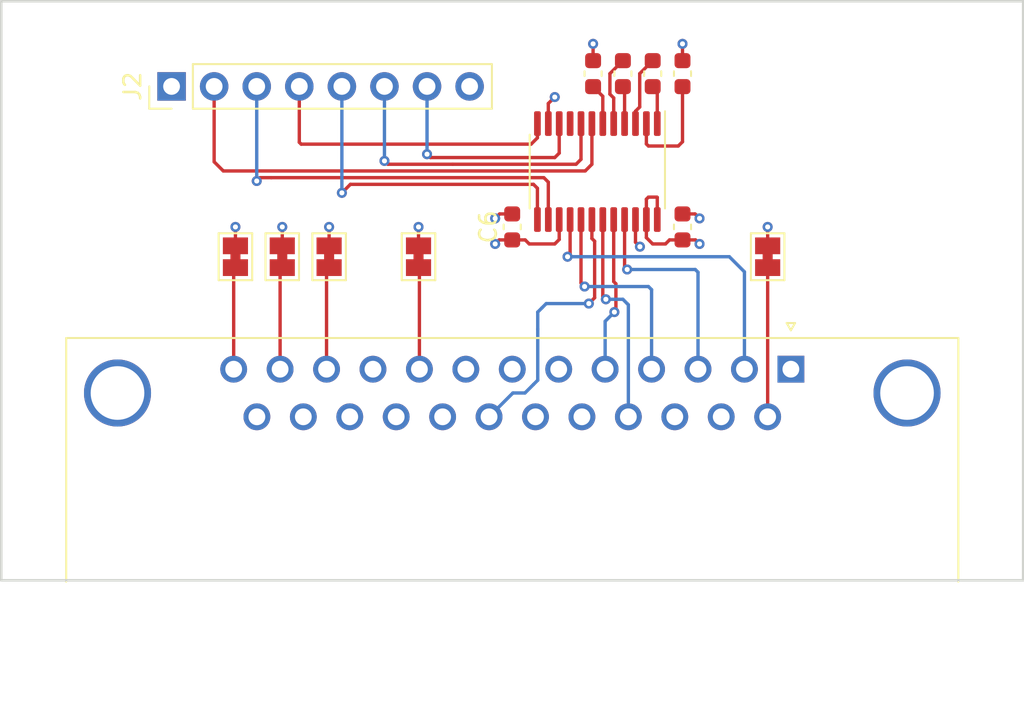
<source format=kicad_pcb>
(kicad_pcb (version 20211014) (generator pcbnew)
  (layers (0 "F.Cu" signal) (1 "In1.Cu" signal) (2 "In2.Cu" signal) (31 "B.Cu" signal) (34 "B.Paste" user) (35 "F.Paste" user) (36 "B.SilkS" user "B.Silkscreen") (37 "F.SilkS" user "F.Silkscreen") (38 "B.Mask" user) (39 "F.Mask" user) (44 "Edge.Cuts" user))
  (net 0 "")
  (net 2 "VCC")
  (net 3 "Net-(U1-Pad2)")
  (net 4 "Net-(U1-Pad6)")
  (net 5 "V10_D1_TxD")
  (net 7 "GND")
  (net 9 "/V10_E21@9")
  (net 11 "/V10_E22@11")
  (net 12 "/V10_E22@12")
  (net 13 "/V10_E22@13")
  (net 14 "/V10_E21@14")
  (net 17 "V10_D2_RxD")
  (net 20 "V10_S2_RTS")
  (net 26 "V10_M2_CTS")
  (net 27 "V10_ARQ")
  (net 28 "V10_BetrB_DTR")
  (net 30 "Net-(U1-Pad1)")
  (net 31 "Net-(U1-Pad3)")
  (net 32 "Net-(U1-Pad4)")
  (net 33 "Net-(U1-Pad5)")
  (net 34 "/RxD")
  (net 35 "/TxD")
  (net 36 "/~{DTR}")
  (net 37 "/~{RTS}")
  (net 38 "/~{CTS}")
  (net 39 "/~{ARQ}")
  (footprint "Capacitor_SMD:C_0603_1608Metric" (layer "F.Cu") (at 182.626 100.838 90)
    (fp_text reference "C3" hide)
    (fp_text value "100n" hide)
    (fp_line (start -0.14058 0.51) (end 0.14058 0.51) (layer "F.SilkS") (width 0.12))
    (fp_line (start -0.14058 -0.51) (end 0.14058 -0.51) (layer "F.SilkS") (width 0.12))
    (pad "1" smd roundrect locked (at -0.775 0 90) (size 0.9 0.95) (layers "F.Cu" "F.Paste" "F.Mask") (net 4 "Net-(U1-Pad6)"))
    (pad "2" smd roundrect locked (at 0.775 0 90) (size 0.9 0.95) (layers "F.Cu" "F.Paste" "F.Mask") (net 7 "GND"))
  )
  (footprint "Jumper:SolderJumper-2_P1.3mm_Bridged_Pad1.0x1.5mm" (layer "F.Cu") (at 172.212 111.76 -90)
    (fp_text reference "JP2" hide)
    (fp_text value "SolderJumper_2_Bridged" hide)
    (fp_poly (pts (xy -0.25 -0.3) (xy 0.25 -0.3) (xy 0.25 0.3) (xy -0.25 0.3)) (layer "F.Cu") (width 0) (fill solid))
    (fp_line (start -1.4 -1) (end 1.4 -1) (layer "F.SilkS") (width 0.12))
    (fp_line (start -1.4 1) (end -1.4 -1) (layer "F.SilkS") (width 0.12))
    (fp_line (start 1.4 -1) (end 1.4 1) (layer "F.SilkS") (width 0.12))
    (fp_line (start 1.4 1) (end -1.4 1) (layer "F.SilkS") (width 0.12))
    (pad "1" smd rect locked (at -0.65 0 270) (size 1 1.5) (layers "F.Cu" "F.Mask") (net 7 "GND"))
    (pad "2" smd rect locked (at 0.65 0 270) (size 1 1.5) (layers "F.Cu" "F.Mask") (net 9 "/V10_E21@9"))
  )
  (footprint "Capacitor_SMD:C_0603_1608Metric" (layer "F.Cu") (at 177.8 109.982 90)
    (fp_text reference "C6" (at 0 -1.43 90) (layer "F.SilkS"))
    (fp_text value "100n")
    (fp_line (start -0.14058 0.51) (end 0.14058 0.51) (layer "F.SilkS") (width 0.12))
    (fp_line (start -0.14058 -0.51) (end 0.14058 -0.51) (layer "F.SilkS") (width 0.12))
    (pad "1" smd roundrect locked (at -0.775 0 90) (size 0.9 0.95) (layers "F.Cu" "F.Paste" "F.Mask") (net 2 "VCC"))
    (pad "2" smd roundrect locked (at 0.775 0 90) (size 0.9 0.95) (layers "F.Cu" "F.Paste" "F.Mask") (net 7 "GND"))
  )
  (footprint "Capacitor_SMD:C_0603_1608Metric" (layer "F.Cu") (at 187.96 100.838 -90)
    (fp_text reference "C2" hide)
    (fp_text value "100n" hide)
    (fp_line (start -0.14058 0.51) (end 0.14058 0.51) (layer "F.SilkS") (width 0.12))
    (fp_line (start -0.14058 -0.51) (end 0.14058 -0.51) (layer "F.SilkS") (width 0.12))
    (pad "1" smd roundrect locked (at -0.775 0 270) (size 0.9 0.95) (layers "F.Cu" "F.Paste" "F.Mask") (net 7 "GND"))
    (pad "2" smd roundrect locked (at 0.775 0 270) (size 0.9 0.95) (layers "F.Cu" "F.Paste" "F.Mask") (net 3 "Net-(U1-Pad2)"))
  )
  (footprint "Capacitor_SMD:C_0603_1608Metric" (layer "F.Cu") (at 184.404 100.838 90)
    (fp_text reference "C5" hide)
    (fp_text value "100n" hide)
    (fp_line (start -0.14058 0.51) (end 0.14058 0.51) (layer "F.SilkS") (width 0.12))
    (fp_line (start -0.14058 -0.51) (end 0.14058 -0.51) (layer "F.SilkS") (width 0.12))
    (pad "1" smd roundrect locked (at -0.775 0 90) (size 0.9 0.95) (layers "F.Cu" "F.Paste" "F.Mask") (net 32 "Net-(U1-Pad4)"))
    (pad "2" smd roundrect locked (at 0.775 0 90) (size 0.9 0.95) (layers "F.Cu" "F.Paste" "F.Mask") (net 33 "Net-(U1-Pad5)"))
  )
  (footprint "Jumper:SolderJumper-2_P1.3mm_Bridged_Pad1.0x1.5mm" (layer "F.Cu") (at 164.084 111.76 -90)
    (fp_text reference "JP4" hide)
    (fp_text value "SolderJumper_2_Bridged" hide)
    (fp_poly (pts (xy -0.25 -0.3) (xy 0.25 -0.3) (xy 0.25 0.3) (xy -0.25 0.3)) (layer "F.Cu") (width 0) (fill solid))
    (fp_line (start -1.4 -1) (end 1.4 -1) (layer "F.SilkS") (width 0.12))
    (fp_line (start 1.4 1) (end -1.4 1) (layer "F.SilkS") (width 0.12))
    (fp_line (start -1.4 1) (end -1.4 -1) (layer "F.SilkS") (width 0.12))
    (fp_line (start 1.4 -1) (end 1.4 1) (layer "F.SilkS") (width 0.12))
    (pad "1" smd rect locked (at -0.65 0 270) (size 1 1.5) (layers "F.Cu" "F.Mask") (net 7 "GND"))
    (pad "2" smd rect locked (at 0.65 0 270) (size 1 1.5) (layers "F.Cu" "F.Mask") (net 12 "/V10_E22@12"))
  )
  (footprint "Jumper:SolderJumper-2_P1.3mm_Bridged_Pad1.0x1.5mm" (layer "F.Cu") (at 193.04 111.76 -90)
    (fp_text reference "JP1" hide)
    (fp_text value "SolderJumper_2_Bridged" hide)
    (fp_poly (pts (xy -0.25 -0.3) (xy 0.25 -0.3) (xy 0.25 0.3) (xy -0.25 0.3)) (layer "F.Cu") (width 0) (fill solid))
    (fp_line (start -1.4 1) (end -1.4 -1) (layer "F.SilkS") (width 0.12))
    (fp_line (start 1.4 -1) (end 1.4 1) (layer "F.SilkS") (width 0.12))
    (fp_line (start -1.4 -1) (end 1.4 -1) (layer "F.SilkS") (width 0.12))
    (fp_line (start 1.4 1) (end -1.4 1) (layer "F.SilkS") (width 0.12))
    (pad "1" smd rect locked (at -0.65 0 270) (size 1 1.5) (layers "F.Cu" "F.Mask") (net 7 "GND"))
    (pad "2" smd rect locked (at 0.65 0 270) (size 1 1.5) (layers "F.Cu" "F.Mask") (net 14 "/V10_E21@14"))
  )
  (footprint "Capacitor_SMD:C_0603_1608Metric" (layer "F.Cu") (at 187.96 109.982 90)
    (fp_text reference "C1" hide)
    (fp_text value "100n" hide)
    (fp_line (start -0.14058 0.51) (end 0.14058 0.51) (layer "F.SilkS") (width 0.12))
    (fp_line (start -0.14058 -0.51) (end 0.14058 -0.51) (layer "F.SilkS") (width 0.12))
    (pad "1" smd roundrect locked (at -0.775 0 90) (size 0.9 0.95) (layers "F.Cu" "F.Paste" "F.Mask") (net 2 "VCC"))
    (pad "2" smd roundrect locked (at 0.775 0 90) (size 0.9 0.95) (layers "F.Cu" "F.Paste" "F.Mask") (net 7 "GND"))
  )
  (footprint "Connector_Dsub:DSUB-25_Female_Horizontal_P2.77x2.84mm_EdgePinOffset9.90mm_Housed_MountingHolesOffset11.32mm" (layer "F.Cu") (at 194.425 118.469669)
    (fp_text reference "J1" hide)
    (fp_text value "DB25_Female_MountingHoles" hide)
    (fp_line (start -43.23 12.68) (end -43.23 -1.86) (layer "F.SilkS") (width 0.12))
    (fp_line (start 0 -2.321325) (end -0.25 -2.754338) (layer "F.SilkS") (width 0.12))
    (fp_line (start 0.25 -2.754338) (end 0 -2.321325) (layer "F.SilkS") (width 0.12))
    (fp_line (start -43.23 -1.86) (end 9.99 -1.86) (layer "F.SilkS") (width 0.12))
    (fp_line (start -0.25 -2.754338) (end 0.25 -2.754338) (layer "F.SilkS") (width 0.12))
    (fp_line (start 9.99 -1.86) (end 9.99 12.68) (layer "F.SilkS") (width 0.12))
    (pad "0" thru_hole circle locked (at 6.93 1.42) (size 4 4) (drill 3.2) (layers *.Cu *.Mask) (net 7 "GND"))
    (pad "0" thru_hole circle locked (at -40.17 1.42) (size 4 4) (drill 3.2) (layers *.Cu *.Mask) (net 7 "GND"))
    (pad "1" thru_hole rect locked (at 0 0) (size 1.6 1.6) (drill 1) (layers *.Cu *.Mask))
    (pad "2" thru_hole circle locked (at -2.77 0) (size 1.6 1.6) (drill 1) (layers *.Cu *.Mask) (net 5 "V10_D1_TxD"))
    (pad "3" thru_hole circle locked (at -5.54 0) (size 1.6 1.6) (drill 1) (layers *.Cu *.Mask) (net 17 "V10_D2_RxD"))
    (pad "4" thru_hole circle locked (at -8.31 0) (size 1.6 1.6) (drill 1) (layers *.Cu *.Mask) (net 20 "V10_S2_RTS"))
    (pad "5" thru_hole circle locked (at -11.08 0) (size 1.6 1.6) (drill 1) (layers *.Cu *.Mask) (net 26 "V10_M2_CTS"))
    (pad "6" thru_hole circle locked (at -13.85 0) (size 1.6 1.6) (drill 1) (layers *.Cu *.Mask))
    (pad "7" thru_hole circle locked (at -16.62 0) (size 1.6 1.6) (drill 1) (layers *.Cu *.Mask) (net 7 "GND"))
    (pad "8" thru_hole circle locked (at -19.39 0) (size 1.6 1.6) (drill 1) (layers *.Cu *.Mask))
    (pad "9" thru_hole circle locked (at -22.16 0) (size 1.6 1.6) (drill 1) (layers *.Cu *.Mask) (net 9 "/V10_E21@9"))
    (pad "10" thru_hole circle locked (at -24.93 0) (size 1.6 1.6) (drill 1) (layers *.Cu *.Mask))
    (pad "11" thru_hole circle locked (at -27.7 0) (size 1.6 1.6) (drill 1) (layers *.Cu *.Mask) (net 11 "/V10_E22@11"))
    (pad "12" thru_hole circle locked (at -30.47 0) (size 1.6 1.6) (drill 1) (layers *.Cu *.Mask) (net 12 "/V10_E22@12"))
    (pad "13" thru_hole circle locked (at -33.24 0) (size 1.6 1.6) (drill 1) (layers *.Cu *.Mask) (net 13 "/V10_E22@13"))
    (pad "14" thru_hole circle locked (at -1.385 2.84) (size 1.6 1.6) (drill 1) (layers *.Cu *.Mask) (net 14 "/V10_E21@14"))
    (pad "15" thru_hole circle locked (at -4.155 2.84) (size 1.6 1.6) (drill 1) (layers *.Cu *.Mask))
    (pad "16" thru_hole circle locked (at -6.925 2.84) (size 1.6 1.6) (drill 1) (layers *.Cu *.Mask))
    (pad "17" thru_hole circle locked (at -9.695 2.84) (size 1.6 1.6) (drill 1) (layers *.Cu *.Mask) (net 27 "V10_ARQ"))
    (pad "18" thru_hole circle locked (at -12.465 2.84) (size 1.6 1.6) (drill 1) (layers *.Cu *.Mask))
    (pad "19" thru_hole circle locked (at -15.235 2.84) (size 1.6 1.6) (drill 1) (layers *.Cu *.Mask))
    (pad "20" thru_hole circle locked (at -18.005 2.84) (size 1.6 1.6) (drill 1) (layers *.Cu *.Mask) (net 28 "V10_BetrB_DTR"))
    (pad "21" thru_hole circle locked (at -20.775 2.84) (size 1.6 1.6) (drill 1) (layers *.Cu *.Mask))
    (pad "22" thru_hole circle locked (at -23.545 2.84) (size 1.6 1.6) (drill 1) (layers *.Cu *.Mask))
    (pad "23" thru_hole circle locked (at -26.315 2.84) (size 1.6 1.6) (drill 1) (layers *.Cu *.Mask))
    (pad "24" thru_hole circle locked (at -29.085 2.84) (size 1.6 1.6) (drill 1) (layers *.Cu *.Mask))
    (pad "25" thru_hole circle locked (at -31.855 2.84) (size 1.6 1.6) (drill 1) (layers *.Cu *.Mask))
  )
  (footprint "Capacitor_SMD:C_0603_1608Metric" (layer "F.Cu") (at 186.182 100.838 90)
    (fp_text reference "C4" hide)
    (fp_text value "100n" hide)
    (fp_line (start -0.14058 0.51) (end 0.14058 0.51) (layer "F.SilkS") (width 0.12))
    (fp_line (start -0.14058 -0.51) (end 0.14058 -0.51) (layer "F.SilkS") (width 0.12))
    (pad "1" smd roundrect locked (at -0.775 0 90) (size 0.9 0.95) (layers "F.Cu" "F.Paste" "F.Mask") (net 30 "Net-(U1-Pad1)"))
    (pad "2" smd roundrect locked (at 0.775 0 90) (size 0.9 0.95) (layers "F.Cu" "F.Paste" "F.Mask") (net 31 "Net-(U1-Pad3)"))
  )
  (footprint "Jumper:SolderJumper-2_P1.3mm_Bridged_Pad1.0x1.5mm" (layer "F.Cu") (at 166.878 111.76 -90)
    (fp_text reference "JP3" hide)
    (fp_text value "SolderJumper_2_Bridged" hide)
    (fp_poly (pts (xy -0.25 -0.3) (xy 0.25 -0.3) (xy 0.25 0.3) (xy -0.25 0.3)) (layer "F.Cu") (width 0) (fill solid))
    (fp_line (start 1.4 1) (end -1.4 1) (layer "F.SilkS") (width 0.12))
    (fp_line (start -1.4 1) (end -1.4 -1) (layer "F.SilkS") (width 0.12))
    (fp_line (start -1.4 -1) (end 1.4 -1) (layer "F.SilkS") (width 0.12))
    (fp_line (start 1.4 -1) (end 1.4 1) (layer "F.SilkS") (width 0.12))
    (pad "1" smd rect (at -0.65 0 90) (size 1 1.5) (layers "F.Cu" "F.Mask") (net 7 "GND"))
    (pad "2" smd rect locked (at 0.65 0 270) (size 1 1.5) (layers "F.Cu" "F.Mask") (net 11 "/V10_E22@11"))
  )
  (footprint "Package_SO:TSSOP-24_4.4x7.8mm_P0.65mm" (layer "F.Cu") (at 182.88 106.68 -90)
    (fp_text reference "U1" hide)
    (fp_text value "max3387" hide)
    (fp_line (start 0 4.035) (end 2.2 4.035) (layer "F.SilkS") (width 0.12))
    (fp_line (start 0 -4.035) (end 2.2 -4.035) (layer "F.SilkS") (width 0.12))
    (fp_line (start 0 -4.035) (end -3.6 -4.035) (layer "F.SilkS") (width 0.12))
    (fp_line (start 0 4.035) (end -2.2 4.035) (layer "F.SilkS") (width 0.12))
    (pad "1" smd roundrect locked (at -2.8625 -3.575 270) (size 1.475 0.4) (layers "F.Cu" "F.Paste" "F.Mask") (net 30 "Net-(U1-Pad1)"))
    (pad "2" smd roundrect locked (at -2.8625 -2.925 270) (size 1.475 0.4) (layers "F.Cu" "F.Paste" "F.Mask") (net 3 "Net-(U1-Pad2)"))
    (pad "3" smd roundrect locked (at -2.8625 -2.275 270) (size 1.475 0.4) (layers "F.Cu" "F.Paste" "F.Mask") (net 31 "Net-(U1-Pad3)"))
    (pad "4" smd roundrect locked (at -2.8625 -1.625 270) (size 1.475 0.4) (layers "F.Cu" "F.Paste" "F.Mask") (net 32 "Net-(U1-Pad4)"))
    (pad "5" smd roundrect locked (at -2.8625 -0.975 270) (size 1.475 0.4) (layers "F.Cu" "F.Paste" "F.Mask") (net 33 "Net-(U1-Pad5)"))
    (pad "6" smd roundrect locked (at -2.8625 -0.325 270) (size 1.475 0.4) (layers "F.Cu" "F.Paste" "F.Mask") (net 4 "Net-(U1-Pad6)"))
    (pad "7" smd roundrect locked (at -2.8625 0.325 270) (size 1.475 0.4) (layers "F.Cu" "F.Paste" "F.Mask") (net 34 "/RxD"))
    (pad "8" smd roundrect locked (at -2.8625 0.975 270) (size 1.475 0.4) (layers "F.Cu" "F.Paste" "F.Mask") (net 38 "/~{CTS}"))
    (pad "9" smd roundrect locked (at -2.8625 1.625 270) (size 1.475 0.4) (layers "F.Cu" "F.Paste" "F.Mask"))
    (pad "10" smd roundrect locked (at -2.8625 2.275 270) (size 1.475 0.4) (layers "F.Cu" "F.Paste" "F.Mask") (net 39 "/~{ARQ}"))
    (pad "11" smd roundrect locked (at -2.8625 2.925 270) (size 1.475 0.4) (layers "F.Cu" "F.Paste" "F.Mask") (net 2 "VCC"))
    (pad "12" smd roundrect locked (at -2.8625 3.575 270) (size 1.475 0.4) (layers "F.Cu" "F.Paste" "F.Mask") (net 36 "/~{DTR}"))
    (pad "13" smd roundrect locked (at 2.8625 3.575 270) (size 1.475 0.4) (layers "F.Cu" "F.Paste" "F.Mask") (net 37 "/~{RTS}"))
    (pad "14" smd roundrect locked (at 2.8625 2.925 270) (size 1.475 0.4) (layers "F.Cu" "F.Paste" "F.Mask") (net 35 "/TxD"))
    (pad "15" smd roundrect locked (at 2.8625 2.275 270) (size 1.475 0.4) (layers "F.Cu" "F.Paste" "F.Mask") (net 2 "VCC"))
    (pad "16" smd roundrect locked (at 2.8625 1.625 270) (size 1.475 0.4) (layers "F.Cu" "F.Paste" "F.Mask") (net 5 "V10_D1_TxD"))
    (pad "17" smd roundrect locked (at 2.8625 0.975 270) (size 1.475 0.4) (layers "F.Cu" "F.Paste" "F.Mask") (net 20 "V10_S2_RTS"))
    (pad "18" smd roundrect locked (at 2.8625 0.325 270) (size 1.475 0.4) (layers "F.Cu" "F.Paste" "F.Mask") (net 28 "V10_BetrB_DTR"))
    (pad "19" smd roundrect locked (at 2.8625 -0.325 270) (size 1.475 0.4) (layers "F.Cu" "F.Paste" "F.Mask") (net 27 "V10_ARQ"))
    (pad "20" smd roundrect locked (at 2.8625 -0.975 270) (size 1.475 0.4) (layers "F.Cu" "F.Paste" "F.Mask") (net 26 "V10_M2_CTS"))
    (pad "21" smd roundrect locked (at 2.8625 -1.625 270) (size 1.475 0.4) (layers "F.Cu" "F.Paste" "F.Mask") (net 17 "V10_D2_RxD"))
    (pad "22" smd roundrect locked (at 2.8625 -2.275 270) (size 1.475 0.4) (layers "F.Cu" "F.Paste" "F.Mask") (net 7 "GND"))
    (pad "23" smd roundrect locked (at 2.8625 -2.925 270) (size 1.475 0.4) (layers "F.Cu" "F.Paste" "F.Mask") (net 2 "VCC"))
    (pad "24" smd roundrect locked (at 2.8625 -3.575 270) (size 1.475 0.4) (layers "F.Cu" "F.Paste" "F.Mask") (net 2 "VCC"))
  )
  (footprint "Connector_PinHeader_2.54mm:PinHeader_1x08_P2.54mm_Vertical" (layer "F.Cu") (at 157.48 101.6 90)
    (fp_text reference "J2" (at 0 -2.33 90) (layer "F.SilkS"))
    (fp_text value "Conn_01x08")
    (fp_line (start -1.33 19.11) (end 1.33 19.11) (layer "F.SilkS") (width 0.12))
    (fp_line (start 1.33 1.27) (end 1.33 19.11) (layer "F.SilkS") (width 0.12))
    (fp_line (start -1.33 1.27) (end -1.33 19.11) (layer "F.SilkS") (width 0.12))
    (fp_line (start -1.33 0) (end -1.33 -1.33) (layer "F.SilkS") (width 0.12))
    (fp_line (start -1.33 -1.33) (end 0 -1.33) (layer "F.SilkS") (width 0.12))
    (fp_line (start -1.33 1.27) (end 1.33 1.27) (layer "F.SilkS") (width 0.12))
    (pad "1" thru_hole rect locked (at 0 0 90) (size 1.7 1.7) (drill 1) (layers *.Cu *.Mask) (net 2 "VCC"))
    (pad "2" thru_hole oval locked (at 0 2.54 90) (size 1.7 1.7) (drill 1) (layers *.Cu *.Mask) (net 34 "/RxD"))
    (pad "3" thru_hole oval locked (at 0 5.08 90) (size 1.7 1.7) (drill 1) (layers *.Cu *.Mask) (net 35 "/TxD"))
    (pad "4" thru_hole oval locked (at 0 7.62 90) (size 1.7 1.7) (drill 1) (layers *.Cu *.Mask) (net 36 "/~{DTR}"))
    (pad "5" thru_hole oval locked (at 0 10.16 90) (size 1.7 1.7) (drill 1) (layers *.Cu *.Mask) (net 37 "/~{RTS}"))
    (pad "6" thru_hole oval locked (at 0 12.7 90) (size 1.7 1.7) (drill 1) (layers *.Cu *.Mask) (net 38 "/~{CTS}"))
    (pad "7" thru_hole oval locked (at 0 15.24 90) (size 1.7 1.7) (drill 1) (layers *.Cu *.Mask) (net 39 "/~{ARQ}"))
    (pad "8" thru_hole oval locked (at 0 17.78 90) (size 1.7 1.7) (drill 1) (layers *.Cu *.Mask) (net 7 "GND"))
  )
  (footprint "Jumper:SolderJumper-2_P1.3mm_Bridged_Pad1.0x1.5mm" (layer "F.Cu") (at 161.29 111.76 -90)
    (fp_text reference "JP5" hide)
    (fp_text value "SolderJumper_2_Bridged" hide)
    (fp_poly (pts (xy -0.25 -0.3) (xy 0.25 -0.3) (xy 0.25 0.3) (xy -0.25 0.3)) (layer "F.Cu") (width 0) (fill solid))
    (fp_line (start 1.4 -1) (end 1.4 1) (layer "F.SilkS") (width 0.12))
    (fp_line (start -1.4 1) (end -1.4 -1) (layer "F.SilkS") (width 0.12))
    (fp_line (start 1.4 1) (end -1.4 1) (layer "F.SilkS") (width 0.12))
    (fp_line (start -1.4 -1) (end 1.4 -1) (layer "F.SilkS") (width 0.12))
    (pad "1" smd rect locked (at -0.65 0 270) (size 1 1.5) (layers "F.Cu" "F.Mask") (net 7 "GND"))
    (pad "2" smd rect locked (at 0.65 0 270) (size 1 1.5) (layers "F.Cu" "F.Mask") (net 13 "/V10_E22@13"))
  )
  (gr_line (start 147.32 131.064) (end 208.28 131.064) (layer "Edge.Cuts") (width 0.15))
  (gr_line (start 147.32 96.52) (end 147.32 131.064) (layer "Edge.Cuts") (width 0.15))
  (gr_line (start 208.28 96.52) (end 147.32 96.52) (layer "Edge.Cuts") (width 0.15))
  (gr_line (start 208.28 131.064) (end 208.28 96.52) (layer "Edge.Cuts") (width 0.15))
  (segment (start 187.185 110.757) (end 187.96 110.757) (width 0.2) (layer "F.Cu") (net 2))
  (segment (start 177.025 110.757) (end 176.784 110.998) (width 0.2) (layer "F.Cu") (net 2))
  (segment (start 187.96 110.757) (end 188.735 110.757) (width 0.2) (layer "F.Cu") (net 2))
  (segment (start 185.805 109.5425) (end 185.805 110.621) (width 0.2) (layer "F.Cu") (net 2))
  (segment (start 180.605 110.733) (end 180.34 110.998) (width 0.2) (layer "F.Cu") (net 2))
  (segment (start 177.8 110.757) (end 177.025 110.757) (width 0.2) (layer "F.Cu") (net 2))
  (segment (start 179.955 103.8175) (end 179.955 102.62) (width 0.2) (layer "F.Cu") (net 2))
  (segment (start 186.455 109.5425) (end 186.455 108.223) (width 0.2) (layer "F.Cu") (net 2))
  (segment (start 185.928 108.204) (end 186.436 108.204) (width 0.2) (layer "F.Cu") (net 2))
  (segment (start 186.182 110.998) (end 186.944 110.998) (width 0.2) (layer "F.Cu") (net 2))
  (segment (start 186.455 108.223) (end 186.436 108.204) (width 0.2) (layer "F.Cu") (net 2))
  (segment (start 185.805 110.621) (end 186.182 110.998) (width 0.2) (layer "F.Cu") (net 2))
  (segment (start 188.735 110.757) (end 188.976 110.998) (width 0.2) (layer "F.Cu") (net 2))
  (segment (start 179.955 102.62) (end 180.34 102.235) (width 0.2) (layer "F.Cu") (net 2))
  (segment (start 186.944 110.998) (end 187.185 110.757) (width 0.2) (layer "F.Cu") (net 2))
  (segment (start 180.605 109.5425) (end 180.605 110.733) (width 0.2) (layer "F.Cu") (net 2))
  (segment (start 178.575 110.757) (end 177.8 110.757) (width 0.2) (layer "F.Cu") (net 2))
  (segment (start 185.805 108.327) (end 185.928 108.204) (width 0.2) (layer "F.Cu") (net 2))
  (segment (start 178.816 110.998) (end 178.575 110.757) (width 0.2) (layer "F.Cu") (net 2))
  (segment (start 180.34 110.998) (end 178.816 110.998) (width 0.2) (layer "F.Cu") (net 2))
  (segment (start 185.805 109.5425) (end 185.805 108.327) (width 0.2) (layer "F.Cu") (net 2))
  (via (at 180.34 102.235) (size 0.6) (drill 0.3) (layers "F.Cu" "B.Cu") (net 2))
  (via (at 176.784 110.998) (size 0.6) (drill 0.3) (layers "F.Cu" "B.Cu") (net 2))
  (via (at 188.976 110.998) (size 0.6) (drill 0.3) (layers "F.Cu" "B.Cu") (net 2))
  (segment (start 187.706 105.156) (end 187.96 104.902) (width 0.2) (layer "F.Cu") (net 3))
  (segment (start 185.805 103.8175) (end 185.805 105.033) (width 0.2) (layer "F.Cu") (net 3))
  (segment (start 185.928 105.156) (end 187.706 105.156) (width 0.2) (layer "F.Cu") (net 3))
  (segment (start 187.96 104.902) (end 187.96 101.613) (width 0.2) (layer "F.Cu") (net 3))
  (segment (start 185.805 105.033) (end 185.928 105.156) (width 0.2) (layer "F.Cu") (net 3))
  (segment (start 183.205 103.8175) (end 183.205 102.192) (width 0.2) (layer "F.Cu") (net 4))
  (segment (start 183.205 102.192) (end 182.626 101.613) (width 0.2) (layer "F.Cu") (net 4))
  (segment (start 181.255 111.607) (end 181.102 111.76) (width 0.2) (layer "F.Cu") (net 5))
  (segment (start 181.255 109.5425) (end 181.255 111.607) (width 0.2) (layer "F.Cu") (net 5))
  (via (at 181.102 111.76) (size 0.6) (drill 0.3) (layers "F.Cu" "B.Cu") (net 5))
  (segment (start 181.102 111.76) (end 190.754 111.76) (width 0.2) (layer "B.Cu") (net 5))
  (segment (start 190.754 111.76) (end 191.655 112.661) (width 0.2) (layer "B.Cu") (net 5))
  (segment (start 191.655 112.661) (end 191.655 118.469669) (width 0.2) (layer "B.Cu") (net 5))
  (segment (start 172.212 111.11) (end 172.212 109.982) (width 0.2) (layer "F.Cu") (net 7))
  (segment (start 188.709 109.207) (end 188.976 109.474) (width 0.2) (layer "F.Cu") (net 7))
  (segment (start 166.878 111.11) (end 166.878 109.982) (width 0.2) (layer "F.Cu") (net 7))
  (segment (start 187.96 100.063) (end 187.96 99.06) (width 0.2) (layer "F.Cu") (net 7))
  (segment (start 193.04 111.11) (end 193.04 109.982) (width 0.2) (layer "F.Cu") (net 7))
  (segment (start 185.155 110.8955) (end 185.42 111.1605) (width 0.2) (layer "F.Cu") (net 7))
  (segment (start 187.96 109.207) (end 188.709 109.207) (width 0.2) (layer "F.Cu") (net 7))
  (segment (start 161.29 111.11) (end 161.29 109.982) (width 0.2) (layer "F.Cu") (net 7))
  (segment (start 185.155 109.5425) (end 185.155 110.8955) (width 0.2) (layer "F.Cu") (net 7))
  (segment (start 177.8 109.207) (end 177.051 109.207) (width 0.2) (layer "F.Cu") (net 7))
  (segment (start 182.626 100.063) (end 182.626 99.06) (width 0.2) (layer "F.Cu") (net 7))
  (segment (start 177.051 109.207) (end 176.784 109.474) (width 0.2) (layer "F.Cu") (net 7))
  (segment (start 164.084 111.11) (end 164.084 109.982) (width 0.2) (layer "F.Cu") (net 7))
  (via (at 164.084 109.982) (size 0.6) (drill 0.3) (layers "F.Cu" "B.Cu") (net 7))
  (via (at 187.96 99.06) (size 0.6) (drill 0.3) (layers "F.Cu" "B.Cu") (net 7))
  (via (at 172.212 109.982) (size 0.6) (drill 0.3) (layers "F.Cu" "B.Cu") (net 7))
  (via (at 188.976 109.474) (size 0.6) (drill 0.3) (layers "F.Cu" "B.Cu") (net 7))
  (via (at 193.04 109.982) (size 0.6) (drill 0.3) (layers "F.Cu" "B.Cu") (net 7))
  (via (at 185.42 111.1605) (size 0.6) (drill 0.3) (layers "F.Cu" "B.Cu") (net 7))
  (via (at 161.29 109.982) (size 0.6) (drill 0.3) (layers "F.Cu" "B.Cu") (net 7))
  (via (at 176.784 109.474) (size 0.6) (drill 0.3) (layers "F.Cu" "B.Cu") (net 7))
  (via (at 182.626 99.06) (size 0.6) (drill 0.3) (layers "F.Cu" "B.Cu") (net 7))
  (via (at 166.878 109.982) (size 0.6) (drill 0.3) (layers "F.Cu" "B.Cu") (net 7))
  (segment (start 172.265 118.469669) (end 172.265 112.463) (width 0.2) (layer "F.Cu") (net 9))
  (segment (start 172.265 112.463) (end 172.212 112.41) (width 0.2) (layer "F.Cu") (net 9))
  (segment (start 166.725 112.563) (end 166.878 112.41) (width 0.2) (layer "F.Cu") (net 11))
  (segment (start 166.725 118.469669) (end 166.725 112.563) (width 0.2) (layer "F.Cu") (net 11))
  (segment (start 163.955 118.469669) (end 163.955 112.539) (width 0.2) (layer "F.Cu") (net 12))
  (segment (start 163.955 112.539) (end 164.084 112.41) (width 0.2) (layer "F.Cu") (net 12))
  (segment (start 161.185 112.515) (end 161.29 112.41) (width 0.2) (layer "F.Cu") (net 13))
  (segment (start 161.185 118.469669) (end 161.185 112.515) (width 0.2) (layer "F.Cu") (net 13))
  (segment (start 193.04 121.309669) (end 193.04 112.41) (width 0.2) (layer "F.Cu") (net 14))
  (segment (start 184.658 112.522) (end 184.505 112.369) (width 0.2) (layer "F.Cu") (net 17))
  (segment (start 184.505 112.369) (end 184.505 109.5425) (width 0.2) (layer "F.Cu") (net 17))
  (via (at 184.658 112.522) (size 0.6) (drill 0.3) (layers "F.Cu" "B.Cu") (net 17))
  (segment (start 188.722 112.522) (end 184.658 112.522) (width 0.2) (layer "B.Cu") (net 17))
  (segment (start 188.885 118.469669) (end 188.885 112.685) (width 0.2) (layer "B.Cu") (net 17))
  (segment (start 188.885 112.685) (end 188.722 112.522) (width 0.2) (layer "B.Cu") (net 17))
  (segment (start 181.905 113.325) (end 181.905 109.5425) (width 0.2) (layer "F.Cu") (net 20))
  (segment (start 182.118 113.538) (end 181.905 113.325) (width 0.2) (layer "F.Cu") (net 20))
  (via (at 182.118 113.538) (size 0.6) (drill 0.3) (layers "F.Cu" "B.Cu") (net 20))
  (segment (start 186.115 118.469669) (end 186.115 113.725) (width 0.2) (layer "B.Cu") (net 20))
  (segment (start 185.928 113.538) (end 182.118 113.538) (width 0.2) (layer "B.Cu") (net 20))
  (segment (start 186.115 113.725) (end 185.928 113.538) (width 0.2) (layer "B.Cu") (net 20))
  (segment (start 183.896 115.062) (end 183.987511 114.970489) (width 0.2) (layer "F.Cu") (net 26))
  (segment (start 183.987511 113.375511) (end 183.855 113.243) (width 0.2) (layer "F.Cu") (net 26))
  (segment (start 183.987511 114.970489) (end 183.987511 113.375511) (width 0.2) (layer "F.Cu") (net 26))
  (segment (start 183.855 113.243) (end 183.855 109.5425) (width 0.2) (layer "F.Cu") (net 26))
  (via (at 183.896 115.062) (size 0.6) (drill 0.3) (layers "F.Cu" "B.Cu") (net 26))
  (segment (start 183.345 118.469669) (end 183.345 115.613) (width 0.2) (layer "B.Cu") (net 26))
  (segment (start 183.345 115.613) (end 183.896 115.062) (width 0.2) (layer "B.Cu") (net 26))
  (segment (start 183.388 114.3) (end 183.205 114.117) (width 0.2) (layer "F.Cu") (net 27))
  (segment (start 183.205 114.117) (end 183.205 109.5425) (width 0.2) (layer "F.Cu") (net 27))
  (via (at 183.388 114.3) (size 0.6) (drill 0.3) (layers "F.Cu" "B.Cu") (net 27))
  (segment (start 184.658 114.554) (end 184.404 114.3) (width 0.2) (layer "B.Cu") (net 27))
  (segment (start 184.73 121.309669) (end 184.73 114.626) (width 0.2) (layer "B.Cu") (net 27))
  (segment (start 184.73 114.626) (end 184.658 114.554) (width 0.2) (layer "B.Cu") (net 27))
  (segment (start 184.404 114.3) (end 183.388 114.3) (width 0.2) (layer "B.Cu") (net 27))
  (segment (start 182.372 114.554) (end 182.717511 114.208489) (width 0.2) (layer "F.Cu") (net 28))
  (segment (start 182.717511 114.208489) (end 182.717511 110.835511) (width 0.2) (layer "F.Cu") (net 28))
  (segment (start 182.717511 110.835511) (end 182.555 110.673) (width 0.2) (layer "F.Cu") (net 28))
  (segment (start 182.555 110.673) (end 182.555 109.5425) (width 0.2) (layer "F.Cu") (net 28))
  (via (at 182.372 114.554) (size 0.6) (drill 0.3) (layers "F.Cu" "B.Cu") (net 28))
  (segment (start 179.324 115.062) (end 179.578 114.808) (width 0.2) (layer "B.Cu") (net 28))
  (segment (start 179.578 114.808) (end 179.832 114.554) (width 0.2) (layer "B.Cu") (net 28))
  (segment (start 179.324 116.078) (end 179.324 115.062) (width 0.2) (layer "B.Cu") (net 28))
  (segment (start 179.324 119.126) (end 179.324 116.078) (width 0.2) (layer "B.Cu") (net 28))
  (segment (start 179.832 114.554) (end 182.372 114.554) (width 0.2) (layer "B.Cu") (net 28))
  (segment (start 176.42 121.309669) (end 177.841669 119.888) (width 0.2) (layer "B.Cu") (net 28))
  (segment (start 178.562 119.888) (end 179.07 119.38) (width 0.2) (layer "B.Cu") (net 28))
  (segment (start 179.07 119.38) (end 179.324 119.126) (width 0.2) (layer "B.Cu") (net 28))
  (segment (start 177.841669 119.888) (end 178.562 119.888) (width 0.2) (layer "B.Cu") (net 28))
  (segment (start 186.455 101.886) (end 186.455 103.8175) (width 0.2) (layer "F.Cu") (net 30))
  (segment (start 186.182 101.613) (end 186.455 101.886) (width 0.2) (layer "F.Cu") (net 30))
  (segment (start 185.40748 102.827521) (end 185.40748 100.83752) (width 0.2) (layer "F.Cu") (net 31))
  (segment (start 185.155 103.8175) (end 185.155 103.080001) (width 0.2) (layer "F.Cu") (net 31))
  (segment (start 185.40748 100.83752) (end 186.182 100.063) (width 0.2) (layer "F.Cu") (net 31))
  (segment (start 185.155 103.080001) (end 185.40748 102.827521) (width 0.2) (layer "F.Cu") (net 31))
  (segment (start 184.505 101.714) (end 184.404 101.613) (width 0.2) (layer "F.Cu") (net 32))
  (segment (start 184.505 103.8175) (end 184.505 101.714) (width 0.2) (layer "F.Cu") (net 32))
  (segment (start 183.855 102.287018) (end 183.62948 102.061498) (width 0.2) (layer "F.Cu") (net 33))
  (segment (start 183.62948 102.061498) (end 183.62948 100.83752) (width 0.2) (layer "F.Cu") (net 33))
  (segment (start 183.855 103.8175) (end 183.855 102.287018) (width 0.2) (layer "F.Cu") (net 33))
  (segment (start 183.62948 100.83752) (end 184.404 100.063) (width 0.2) (layer "F.Cu") (net 33))
  (segment (start 182.155039 106.642961) (end 160.565039 106.642961) (width 0.2) (layer "F.Cu") (net 34))
  (segment (start 160.02 101.6) (end 160.02 106.097922) (width 0.2) (layer "F.Cu") (net 34))
  (segment (start 182.555 103.8175) (end 182.555 106.243) (width 0.2) (layer "F.Cu") (net 34))
  (segment (start 182.555 106.243) (end 182.155039 106.642961) (width 0.2) (layer "F.Cu") (net 34))
  (segment (start 160.02 106.097922) (end 160.565039 106.642961) (width 0.2) (layer "F.Cu") (net 34))
  (segment (start 179.955 107.311) (end 179.686481 107.042481) (width 0.2) (layer "F.Cu") (net 35))
  (segment (start 179.686481 107.042481) (end 163.430481 107.042481) (width 0.2) (layer "F.Cu") (net 35))
  (segment (start 179.955 109.5425) (end 179.955 107.311) (width 0.2) (layer "F.Cu") (net 35))
  (segment (start 162.75998 107.042481) (end 162.56 107.242461) (width 0.2) (layer "F.Cu") (net 35))
  (segment (start 163.430481 107.042481) (end 162.75998 107.042481) (width 0.2) (layer "F.Cu") (net 35))
  (via (at 162.56 107.242461) (size 0.6) (drill 0.3) (layers "F.Cu" "B.Cu") (net 35))
  (segment (start 162.56 101.6) (end 162.56 107.242461) (width 0.2) (layer "B.Cu") (net 35))
  (segment (start 179.305 104.667) (end 178.92757 105.04443) (width 0.2) (layer "F.Cu") (net 36))
  (segment (start 165.1 104.93286) (end 165.21157 105.04443) (width 0.2) (layer "F.Cu") (net 36))
  (segment (start 179.305 103.8175) (end 179.305 104.667) (width 0.2) (layer "F.Cu") (net 36))
  (segment (start 165.1 101.6) (end 165.1 104.93286) (width 0.2) (layer "F.Cu") (net 36))
  (segment (start 178.92757 105.04443) (end 165.21157 105.04443) (width 0.2) (layer "F.Cu") (net 36))
  (segment (start 179.07 107.442) (end 168.148 107.442) (width 0.2) (layer "F.Cu") (net 37))
  (segment (start 179.305 107.677) (end 179.07 107.442) (width 0.2) (layer "F.Cu") (net 37))
  (segment (start 179.305 109.5425) (end 179.305 107.677) (width 0.2) (layer "F.Cu") (net 37))
  (segment (start 168.148 107.442) (end 167.64 107.95) (width 0.2) (layer "F.Cu") (net 37))
  (via (at 167.64 107.95) (size 0.6) (drill 0.3) (layers "F.Cu" "B.Cu") (net 37))
  (segment (start 167.64 101.6) (end 167.64 107.95) (width 0.2) (layer "B.Cu") (net 37))
  (segment (start 181.905 105.948441) (end 181.61 106.243441) (width 0.2) (layer "F.Cu") (net 38))
  (segment (start 181.61 106.243441) (end 174.244 106.243441) (width 0.2) (layer "F.Cu") (net 38))
  (segment (start 181.905 103.8175) (end 181.905 105.948441) (width 0.2) (layer "F.Cu") (net 38))
  (segment (start 174.244 106.243441) (end 170.37998 106.243441) (width 0.2) (layer "F.Cu") (net 38))
  (segment (start 170.37998 106.243441) (end 170.18 106.043461) (width 0.2) (layer "F.Cu") (net 38))
  (via (at 170.18 106.043461) (size 0.6) (drill 0.3) (layers "F.Cu" "B.Cu") (net 38))
  (segment (start 170.18 101.6) (end 170.18 106.043461) (width 0.2) (layer "B.Cu") (net 38))
  (segment (start 180.605 103.8175) (end 180.605 105.578921) (width 0.2) (layer "F.Cu") (net 39))
  (segment (start 180.605 105.578921) (end 180.34 105.843921) (width 0.2) (layer "F.Cu") (net 39))
  (segment (start 172.91998 105.843921) (end 172.72 105.643941) (width 0.2) (layer "F.Cu") (net 39))
  (segment (start 180.34 105.843921) (end 172.91998 105.843921) (width 0.2) (layer "F.Cu") (net 39))
  (via (at 172.72 105.643941) (size 0.6) (drill 0.3) (layers "F.Cu" "B.Cu") (net 39))
  (segment (start 172.72 101.6) (end 172.72 105.643941) (width 0.2) (layer "B.Cu") (net 39))
)
</source>
